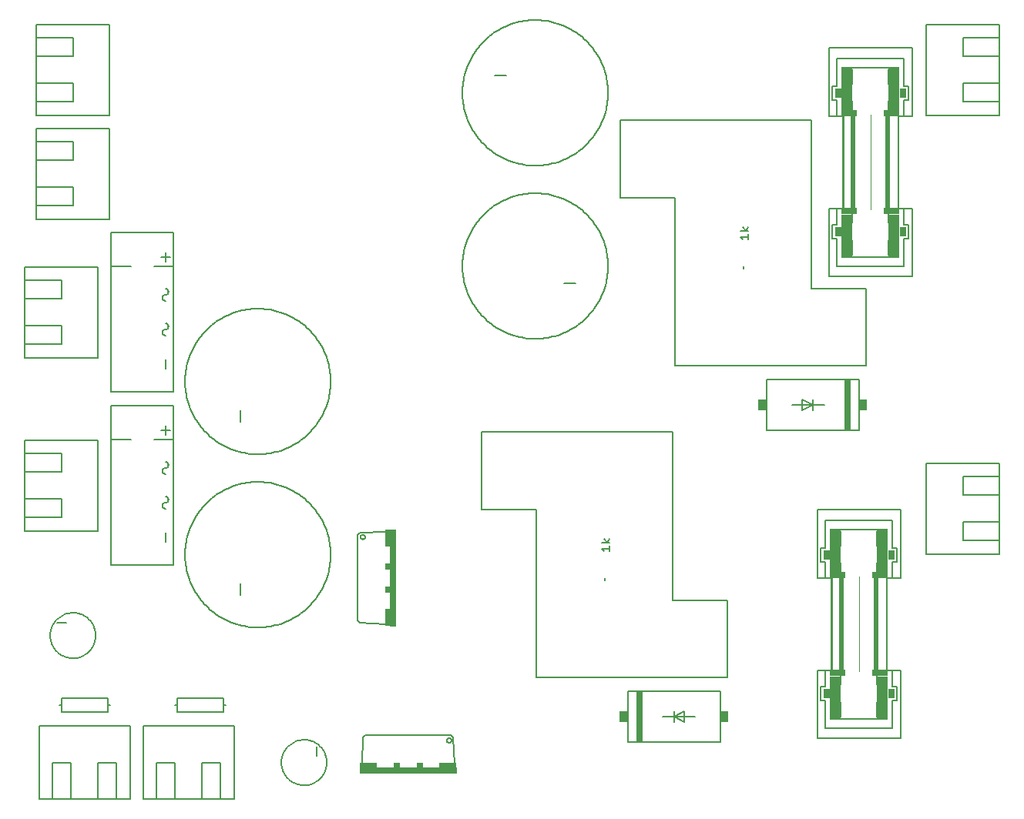
<source format=gto>
G75*
%MOIN*%
%OFA0B0*%
%FSLAX24Y24*%
%IPPOS*%
%LPD*%
%AMOC8*
5,1,8,0,0,1.08239X$1,22.5*
%
%ADD10C,0.0060*%
%ADD11C,0.0020*%
%ADD12R,0.0200X0.4000*%
%ADD13R,0.0650X0.0250*%
%ADD14R,0.1600X0.0100*%
%ADD15R,0.0450X0.1900*%
%ADD16R,0.0300X0.0400*%
%ADD17R,0.0050X0.0400*%
%ADD18R,0.0050X0.0700*%
%ADD19C,0.0080*%
%ADD20C,0.0050*%
%ADD21R,0.4200X0.0300*%
%ADD22R,0.0750X0.0200*%
%ADD23R,0.0300X0.0200*%
%ADD24R,0.0300X0.4200*%
%ADD25R,0.0200X0.0750*%
%ADD26R,0.0200X0.0300*%
%ADD27R,0.0300X0.2200*%
%ADD28R,0.0350X0.0500*%
D10*
X007500Y013900D02*
X007500Y019350D01*
X008350Y019350D01*
X007500Y019350D02*
X007500Y020800D01*
X010200Y020800D01*
X010200Y019350D01*
X009350Y019350D01*
X009650Y019750D02*
X010050Y019750D01*
X009850Y019550D02*
X009850Y019950D01*
X010200Y019350D02*
X010200Y013900D01*
X007500Y013900D01*
X009850Y014900D02*
X009850Y015300D01*
X009850Y016350D02*
X009829Y016352D01*
X009808Y016357D01*
X009788Y016366D01*
X009770Y016377D01*
X009754Y016392D01*
X009741Y016409D01*
X009731Y016428D01*
X009724Y016448D01*
X009720Y016469D01*
X009720Y016491D01*
X009724Y016512D01*
X009731Y016532D01*
X009741Y016551D01*
X009754Y016568D01*
X009770Y016583D01*
X009788Y016594D01*
X009808Y016603D01*
X009829Y016608D01*
X009850Y016610D01*
X009871Y016612D01*
X009892Y016617D01*
X009912Y016626D01*
X009930Y016637D01*
X009946Y016652D01*
X009959Y016669D01*
X009969Y016688D01*
X009976Y016708D01*
X009980Y016729D01*
X009980Y016751D01*
X009976Y016772D01*
X009969Y016792D01*
X009959Y016811D01*
X009946Y016828D01*
X009930Y016843D01*
X009912Y016854D01*
X009892Y016863D01*
X009871Y016868D01*
X009850Y016870D01*
X009850Y017850D02*
X009829Y017852D01*
X009808Y017857D01*
X009788Y017866D01*
X009770Y017877D01*
X009754Y017892D01*
X009741Y017909D01*
X009731Y017928D01*
X009724Y017948D01*
X009720Y017969D01*
X009720Y017991D01*
X009724Y018012D01*
X009731Y018032D01*
X009741Y018051D01*
X009754Y018068D01*
X009770Y018083D01*
X009788Y018094D01*
X009808Y018103D01*
X009829Y018108D01*
X009850Y018110D01*
X009871Y018112D01*
X009892Y018117D01*
X009912Y018126D01*
X009930Y018137D01*
X009946Y018152D01*
X009959Y018169D01*
X009969Y018188D01*
X009976Y018208D01*
X009980Y018229D01*
X009980Y018251D01*
X009976Y018272D01*
X009969Y018292D01*
X009959Y018311D01*
X009946Y018328D01*
X009930Y018343D01*
X009912Y018354D01*
X009892Y018363D01*
X009871Y018368D01*
X009850Y018370D01*
X010200Y021400D02*
X007500Y021400D01*
X007500Y026850D01*
X008350Y026850D01*
X007500Y026850D02*
X007500Y028300D01*
X010200Y028300D01*
X010200Y026850D01*
X009350Y026850D01*
X009650Y027250D02*
X010050Y027250D01*
X009850Y027050D02*
X009850Y027450D01*
X010200Y026850D02*
X010200Y021400D01*
X009850Y022400D02*
X009850Y022800D01*
X009850Y023850D02*
X009829Y023852D01*
X009808Y023857D01*
X009788Y023866D01*
X009770Y023877D01*
X009754Y023892D01*
X009741Y023909D01*
X009731Y023928D01*
X009724Y023948D01*
X009720Y023969D01*
X009720Y023991D01*
X009724Y024012D01*
X009731Y024032D01*
X009741Y024051D01*
X009754Y024068D01*
X009770Y024083D01*
X009788Y024094D01*
X009808Y024103D01*
X009829Y024108D01*
X009850Y024110D01*
X009871Y024112D01*
X009892Y024117D01*
X009912Y024126D01*
X009930Y024137D01*
X009946Y024152D01*
X009959Y024169D01*
X009969Y024188D01*
X009976Y024208D01*
X009980Y024229D01*
X009980Y024251D01*
X009976Y024272D01*
X009969Y024292D01*
X009959Y024311D01*
X009946Y024328D01*
X009930Y024343D01*
X009912Y024354D01*
X009892Y024363D01*
X009871Y024368D01*
X009850Y024370D01*
X009850Y025350D02*
X009829Y025352D01*
X009808Y025357D01*
X009788Y025366D01*
X009770Y025377D01*
X009754Y025392D01*
X009741Y025409D01*
X009731Y025428D01*
X009724Y025448D01*
X009720Y025469D01*
X009720Y025491D01*
X009724Y025512D01*
X009731Y025532D01*
X009741Y025551D01*
X009754Y025568D01*
X009770Y025583D01*
X009788Y025594D01*
X009808Y025603D01*
X009829Y025608D01*
X009850Y025610D01*
X009871Y025612D01*
X009892Y025617D01*
X009912Y025626D01*
X009930Y025637D01*
X009946Y025652D01*
X009959Y025669D01*
X009969Y025688D01*
X009976Y025708D01*
X009980Y025729D01*
X009980Y025751D01*
X009976Y025772D01*
X009969Y025792D01*
X009959Y025811D01*
X009946Y025828D01*
X009930Y025843D01*
X009912Y025854D01*
X009892Y025863D01*
X009871Y025868D01*
X009850Y025870D01*
X028730Y014873D02*
X029070Y014873D01*
X028957Y014873D02*
X028843Y015043D01*
X028957Y014873D02*
X029070Y015043D01*
X029070Y014732D02*
X029070Y014505D01*
X029070Y014618D02*
X028730Y014618D01*
X028843Y014505D01*
X035850Y019750D02*
X039850Y019750D01*
X039850Y021950D01*
X035850Y021950D01*
X035850Y019750D01*
X036950Y020850D02*
X037850Y020850D01*
X037850Y021080D01*
X037850Y020850D02*
X037400Y021080D01*
X037400Y020620D01*
X037850Y020850D01*
X037850Y020620D01*
X037850Y020850D02*
X038350Y020850D01*
X038050Y016300D02*
X038050Y013350D01*
X038400Y013350D01*
X038650Y013350D01*
X038650Y009350D01*
X038400Y009350D01*
X038400Y008650D01*
X038200Y008650D01*
X038200Y008050D01*
X038400Y008050D01*
X038400Y006850D01*
X041300Y006850D01*
X041300Y008050D01*
X041500Y008050D01*
X041500Y008650D01*
X041300Y008650D01*
X041300Y009350D01*
X041050Y009350D01*
X041050Y013350D01*
X041300Y013350D01*
X041650Y013350D01*
X041650Y016300D01*
X038050Y016300D01*
X038400Y015850D02*
X038400Y014650D01*
X038200Y014650D01*
X038200Y014050D01*
X038400Y014050D01*
X038400Y013350D01*
X041300Y013350D02*
X041300Y014050D01*
X041500Y014050D01*
X041500Y014650D01*
X041300Y014650D01*
X041300Y015850D01*
X038400Y015850D01*
X038400Y009350D02*
X038050Y009350D01*
X038050Y006400D01*
X041650Y006400D01*
X041650Y009350D01*
X041300Y009350D01*
X033850Y008450D02*
X033850Y006250D01*
X029850Y006250D01*
X029850Y008450D01*
X033850Y008450D01*
X032750Y007350D02*
X031850Y007350D01*
X031850Y007120D01*
X031850Y007350D02*
X031350Y007350D01*
X031850Y007350D02*
X032300Y007120D01*
X032300Y007580D01*
X031850Y007350D01*
X031850Y007580D01*
X038550Y026400D02*
X038550Y029350D01*
X038900Y029350D01*
X038900Y028650D01*
X038700Y028650D01*
X038700Y028050D01*
X038900Y028050D01*
X038900Y026850D01*
X041800Y026850D01*
X041800Y028050D01*
X042000Y028050D01*
X042000Y028650D01*
X041800Y028650D01*
X041800Y029350D01*
X041550Y029350D01*
X041550Y033350D01*
X041800Y033350D01*
X042150Y033350D01*
X042150Y036300D01*
X038550Y036300D01*
X038550Y033350D01*
X038900Y033350D01*
X039150Y033350D01*
X039150Y029350D01*
X038900Y029350D01*
X041800Y029350D02*
X042150Y029350D01*
X042150Y026400D01*
X038550Y026400D01*
X035070Y028005D02*
X035070Y028232D01*
X035070Y028118D02*
X034730Y028118D01*
X034843Y028005D01*
X034730Y028373D02*
X035070Y028373D01*
X034957Y028373D02*
X034843Y028543D01*
X034957Y028373D02*
X035070Y028543D01*
X038900Y033350D02*
X038900Y034050D01*
X038700Y034050D01*
X038700Y034650D01*
X038900Y034650D01*
X038900Y035850D01*
X041800Y035850D01*
X041800Y034650D01*
X042000Y034650D01*
X042000Y034050D01*
X041800Y034050D01*
X041800Y033350D01*
D11*
X040350Y033400D02*
X040350Y029300D01*
X039200Y029350D02*
X039200Y033350D01*
X039850Y013400D02*
X039850Y009300D01*
X038700Y009350D02*
X038700Y013350D01*
D12*
X039100Y011350D03*
X040600Y011350D03*
X041100Y031350D03*
X039600Y031350D03*
D13*
X039425Y029225D03*
X041275Y029225D03*
X041275Y033475D03*
X039425Y033475D03*
X038925Y013475D03*
X040775Y013475D03*
X040775Y009225D03*
X038925Y009225D03*
D14*
X039850Y007250D03*
X039850Y015450D03*
X040350Y027250D03*
X040350Y035450D03*
D15*
X039325Y034550D03*
X041375Y034550D03*
X041375Y028150D03*
X039325Y028150D03*
X038825Y014550D03*
X040875Y014550D03*
X040875Y008150D03*
X038825Y008150D03*
D16*
X038450Y008350D03*
X041250Y008350D03*
X041250Y014350D03*
X038450Y014350D03*
X038950Y028350D03*
X041750Y028350D03*
X041750Y034350D03*
X038950Y034350D03*
D17*
X039575Y033800D03*
X041125Y033800D03*
X041125Y028900D03*
X039575Y028900D03*
X039075Y013800D03*
X040625Y013800D03*
X040625Y008900D03*
X039075Y008900D03*
D18*
X039075Y007650D03*
X040625Y007650D03*
X040625Y015050D03*
X039075Y015050D03*
X039575Y027650D03*
X041125Y027650D03*
X041125Y035050D03*
X039575Y035050D03*
D19*
X034850Y026850D02*
X034850Y026750D01*
X027600Y026100D02*
X027100Y026100D01*
X022700Y026850D02*
X022702Y026962D01*
X022708Y027073D01*
X022718Y027185D01*
X022732Y027296D01*
X022749Y027406D01*
X022771Y027516D01*
X022797Y027625D01*
X022826Y027733D01*
X022859Y027839D01*
X022896Y027945D01*
X022937Y028049D01*
X022982Y028152D01*
X023030Y028253D01*
X023081Y028352D01*
X023136Y028449D01*
X023195Y028544D01*
X023256Y028638D01*
X023321Y028729D01*
X023390Y028817D01*
X023461Y028903D01*
X023535Y028987D01*
X023613Y029067D01*
X023693Y029145D01*
X023776Y029221D01*
X023861Y029293D01*
X023949Y029362D01*
X024039Y029428D01*
X024132Y029490D01*
X024227Y029550D01*
X024324Y029606D01*
X024422Y029658D01*
X024523Y029707D01*
X024625Y029752D01*
X024729Y029794D01*
X024834Y029832D01*
X024941Y029866D01*
X025048Y029896D01*
X025157Y029923D01*
X025266Y029945D01*
X025377Y029964D01*
X025487Y029979D01*
X025599Y029990D01*
X025710Y029997D01*
X025822Y030000D01*
X025934Y029999D01*
X026046Y029994D01*
X026157Y029985D01*
X026268Y029972D01*
X026379Y029955D01*
X026489Y029935D01*
X026598Y029910D01*
X026706Y029882D01*
X026813Y029849D01*
X026919Y029813D01*
X027023Y029773D01*
X027126Y029730D01*
X027228Y029683D01*
X027327Y029632D01*
X027425Y029578D01*
X027521Y029520D01*
X027615Y029459D01*
X027706Y029395D01*
X027795Y029328D01*
X027882Y029257D01*
X027966Y029183D01*
X028048Y029107D01*
X028126Y029027D01*
X028202Y028945D01*
X028275Y028860D01*
X028345Y028773D01*
X028411Y028683D01*
X028475Y028591D01*
X028535Y028497D01*
X028592Y028401D01*
X028645Y028302D01*
X028695Y028202D01*
X028741Y028101D01*
X028784Y027997D01*
X028823Y027892D01*
X028858Y027786D01*
X028889Y027679D01*
X028917Y027570D01*
X028940Y027461D01*
X028960Y027351D01*
X028976Y027240D01*
X028988Y027129D01*
X028996Y027018D01*
X029000Y026906D01*
X029000Y026794D01*
X028996Y026682D01*
X028988Y026571D01*
X028976Y026460D01*
X028960Y026349D01*
X028940Y026239D01*
X028917Y026130D01*
X028889Y026021D01*
X028858Y025914D01*
X028823Y025808D01*
X028784Y025703D01*
X028741Y025599D01*
X028695Y025498D01*
X028645Y025398D01*
X028592Y025299D01*
X028535Y025203D01*
X028475Y025109D01*
X028411Y025017D01*
X028345Y024927D01*
X028275Y024840D01*
X028202Y024755D01*
X028126Y024673D01*
X028048Y024593D01*
X027966Y024517D01*
X027882Y024443D01*
X027795Y024372D01*
X027706Y024305D01*
X027615Y024241D01*
X027521Y024180D01*
X027425Y024122D01*
X027327Y024068D01*
X027228Y024017D01*
X027126Y023970D01*
X027023Y023927D01*
X026919Y023887D01*
X026813Y023851D01*
X026706Y023818D01*
X026598Y023790D01*
X026489Y023765D01*
X026379Y023745D01*
X026268Y023728D01*
X026157Y023715D01*
X026046Y023706D01*
X025934Y023701D01*
X025822Y023700D01*
X025710Y023703D01*
X025599Y023710D01*
X025487Y023721D01*
X025377Y023736D01*
X025266Y023755D01*
X025157Y023777D01*
X025048Y023804D01*
X024941Y023834D01*
X024834Y023868D01*
X024729Y023906D01*
X024625Y023948D01*
X024523Y023993D01*
X024422Y024042D01*
X024324Y024094D01*
X024227Y024150D01*
X024132Y024210D01*
X024039Y024272D01*
X023949Y024338D01*
X023861Y024407D01*
X023776Y024479D01*
X023693Y024555D01*
X023613Y024633D01*
X023535Y024713D01*
X023461Y024797D01*
X023390Y024883D01*
X023321Y024971D01*
X023256Y025062D01*
X023195Y025156D01*
X023136Y025251D01*
X023081Y025348D01*
X023030Y025447D01*
X022982Y025548D01*
X022937Y025651D01*
X022896Y025755D01*
X022859Y025861D01*
X022826Y025967D01*
X022797Y026075D01*
X022771Y026184D01*
X022749Y026294D01*
X022732Y026404D01*
X022718Y026515D01*
X022708Y026627D01*
X022702Y026738D01*
X022700Y026850D01*
X010700Y021850D02*
X010702Y021962D01*
X010708Y022073D01*
X010718Y022185D01*
X010732Y022296D01*
X010749Y022406D01*
X010771Y022516D01*
X010797Y022625D01*
X010826Y022733D01*
X010859Y022839D01*
X010896Y022945D01*
X010937Y023049D01*
X010982Y023152D01*
X011030Y023253D01*
X011081Y023352D01*
X011136Y023449D01*
X011195Y023544D01*
X011256Y023638D01*
X011321Y023729D01*
X011390Y023817D01*
X011461Y023903D01*
X011535Y023987D01*
X011613Y024067D01*
X011693Y024145D01*
X011776Y024221D01*
X011861Y024293D01*
X011949Y024362D01*
X012039Y024428D01*
X012132Y024490D01*
X012227Y024550D01*
X012324Y024606D01*
X012422Y024658D01*
X012523Y024707D01*
X012625Y024752D01*
X012729Y024794D01*
X012834Y024832D01*
X012941Y024866D01*
X013048Y024896D01*
X013157Y024923D01*
X013266Y024945D01*
X013377Y024964D01*
X013487Y024979D01*
X013599Y024990D01*
X013710Y024997D01*
X013822Y025000D01*
X013934Y024999D01*
X014046Y024994D01*
X014157Y024985D01*
X014268Y024972D01*
X014379Y024955D01*
X014489Y024935D01*
X014598Y024910D01*
X014706Y024882D01*
X014813Y024849D01*
X014919Y024813D01*
X015023Y024773D01*
X015126Y024730D01*
X015228Y024683D01*
X015327Y024632D01*
X015425Y024578D01*
X015521Y024520D01*
X015615Y024459D01*
X015706Y024395D01*
X015795Y024328D01*
X015882Y024257D01*
X015966Y024183D01*
X016048Y024107D01*
X016126Y024027D01*
X016202Y023945D01*
X016275Y023860D01*
X016345Y023773D01*
X016411Y023683D01*
X016475Y023591D01*
X016535Y023497D01*
X016592Y023401D01*
X016645Y023302D01*
X016695Y023202D01*
X016741Y023101D01*
X016784Y022997D01*
X016823Y022892D01*
X016858Y022786D01*
X016889Y022679D01*
X016917Y022570D01*
X016940Y022461D01*
X016960Y022351D01*
X016976Y022240D01*
X016988Y022129D01*
X016996Y022018D01*
X017000Y021906D01*
X017000Y021794D01*
X016996Y021682D01*
X016988Y021571D01*
X016976Y021460D01*
X016960Y021349D01*
X016940Y021239D01*
X016917Y021130D01*
X016889Y021021D01*
X016858Y020914D01*
X016823Y020808D01*
X016784Y020703D01*
X016741Y020599D01*
X016695Y020498D01*
X016645Y020398D01*
X016592Y020299D01*
X016535Y020203D01*
X016475Y020109D01*
X016411Y020017D01*
X016345Y019927D01*
X016275Y019840D01*
X016202Y019755D01*
X016126Y019673D01*
X016048Y019593D01*
X015966Y019517D01*
X015882Y019443D01*
X015795Y019372D01*
X015706Y019305D01*
X015615Y019241D01*
X015521Y019180D01*
X015425Y019122D01*
X015327Y019068D01*
X015228Y019017D01*
X015126Y018970D01*
X015023Y018927D01*
X014919Y018887D01*
X014813Y018851D01*
X014706Y018818D01*
X014598Y018790D01*
X014489Y018765D01*
X014379Y018745D01*
X014268Y018728D01*
X014157Y018715D01*
X014046Y018706D01*
X013934Y018701D01*
X013822Y018700D01*
X013710Y018703D01*
X013599Y018710D01*
X013487Y018721D01*
X013377Y018736D01*
X013266Y018755D01*
X013157Y018777D01*
X013048Y018804D01*
X012941Y018834D01*
X012834Y018868D01*
X012729Y018906D01*
X012625Y018948D01*
X012523Y018993D01*
X012422Y019042D01*
X012324Y019094D01*
X012227Y019150D01*
X012132Y019210D01*
X012039Y019272D01*
X011949Y019338D01*
X011861Y019407D01*
X011776Y019479D01*
X011693Y019555D01*
X011613Y019633D01*
X011535Y019713D01*
X011461Y019797D01*
X011390Y019883D01*
X011321Y019971D01*
X011256Y020062D01*
X011195Y020156D01*
X011136Y020251D01*
X011081Y020348D01*
X011030Y020447D01*
X010982Y020548D01*
X010937Y020651D01*
X010896Y020755D01*
X010859Y020861D01*
X010826Y020967D01*
X010797Y021075D01*
X010771Y021184D01*
X010749Y021294D01*
X010732Y021404D01*
X010718Y021515D01*
X010708Y021627D01*
X010702Y021738D01*
X010700Y021850D01*
X013100Y020600D02*
X013100Y020100D01*
X010700Y014350D02*
X010702Y014462D01*
X010708Y014573D01*
X010718Y014685D01*
X010732Y014796D01*
X010749Y014906D01*
X010771Y015016D01*
X010797Y015125D01*
X010826Y015233D01*
X010859Y015339D01*
X010896Y015445D01*
X010937Y015549D01*
X010982Y015652D01*
X011030Y015753D01*
X011081Y015852D01*
X011136Y015949D01*
X011195Y016044D01*
X011256Y016138D01*
X011321Y016229D01*
X011390Y016317D01*
X011461Y016403D01*
X011535Y016487D01*
X011613Y016567D01*
X011693Y016645D01*
X011776Y016721D01*
X011861Y016793D01*
X011949Y016862D01*
X012039Y016928D01*
X012132Y016990D01*
X012227Y017050D01*
X012324Y017106D01*
X012422Y017158D01*
X012523Y017207D01*
X012625Y017252D01*
X012729Y017294D01*
X012834Y017332D01*
X012941Y017366D01*
X013048Y017396D01*
X013157Y017423D01*
X013266Y017445D01*
X013377Y017464D01*
X013487Y017479D01*
X013599Y017490D01*
X013710Y017497D01*
X013822Y017500D01*
X013934Y017499D01*
X014046Y017494D01*
X014157Y017485D01*
X014268Y017472D01*
X014379Y017455D01*
X014489Y017435D01*
X014598Y017410D01*
X014706Y017382D01*
X014813Y017349D01*
X014919Y017313D01*
X015023Y017273D01*
X015126Y017230D01*
X015228Y017183D01*
X015327Y017132D01*
X015425Y017078D01*
X015521Y017020D01*
X015615Y016959D01*
X015706Y016895D01*
X015795Y016828D01*
X015882Y016757D01*
X015966Y016683D01*
X016048Y016607D01*
X016126Y016527D01*
X016202Y016445D01*
X016275Y016360D01*
X016345Y016273D01*
X016411Y016183D01*
X016475Y016091D01*
X016535Y015997D01*
X016592Y015901D01*
X016645Y015802D01*
X016695Y015702D01*
X016741Y015601D01*
X016784Y015497D01*
X016823Y015392D01*
X016858Y015286D01*
X016889Y015179D01*
X016917Y015070D01*
X016940Y014961D01*
X016960Y014851D01*
X016976Y014740D01*
X016988Y014629D01*
X016996Y014518D01*
X017000Y014406D01*
X017000Y014294D01*
X016996Y014182D01*
X016988Y014071D01*
X016976Y013960D01*
X016960Y013849D01*
X016940Y013739D01*
X016917Y013630D01*
X016889Y013521D01*
X016858Y013414D01*
X016823Y013308D01*
X016784Y013203D01*
X016741Y013099D01*
X016695Y012998D01*
X016645Y012898D01*
X016592Y012799D01*
X016535Y012703D01*
X016475Y012609D01*
X016411Y012517D01*
X016345Y012427D01*
X016275Y012340D01*
X016202Y012255D01*
X016126Y012173D01*
X016048Y012093D01*
X015966Y012017D01*
X015882Y011943D01*
X015795Y011872D01*
X015706Y011805D01*
X015615Y011741D01*
X015521Y011680D01*
X015425Y011622D01*
X015327Y011568D01*
X015228Y011517D01*
X015126Y011470D01*
X015023Y011427D01*
X014919Y011387D01*
X014813Y011351D01*
X014706Y011318D01*
X014598Y011290D01*
X014489Y011265D01*
X014379Y011245D01*
X014268Y011228D01*
X014157Y011215D01*
X014046Y011206D01*
X013934Y011201D01*
X013822Y011200D01*
X013710Y011203D01*
X013599Y011210D01*
X013487Y011221D01*
X013377Y011236D01*
X013266Y011255D01*
X013157Y011277D01*
X013048Y011304D01*
X012941Y011334D01*
X012834Y011368D01*
X012729Y011406D01*
X012625Y011448D01*
X012523Y011493D01*
X012422Y011542D01*
X012324Y011594D01*
X012227Y011650D01*
X012132Y011710D01*
X012039Y011772D01*
X011949Y011838D01*
X011861Y011907D01*
X011776Y011979D01*
X011693Y012055D01*
X011613Y012133D01*
X011535Y012213D01*
X011461Y012297D01*
X011390Y012383D01*
X011321Y012471D01*
X011256Y012562D01*
X011195Y012656D01*
X011136Y012751D01*
X011081Y012848D01*
X011030Y012947D01*
X010982Y013048D01*
X010937Y013151D01*
X010896Y013255D01*
X010859Y013361D01*
X010826Y013467D01*
X010797Y013575D01*
X010771Y013684D01*
X010749Y013794D01*
X010732Y013904D01*
X010718Y014015D01*
X010708Y014127D01*
X010702Y014238D01*
X010700Y014350D01*
X013100Y013100D02*
X013100Y012600D01*
X012350Y008150D02*
X010350Y008150D01*
X010350Y007850D01*
X010250Y007850D01*
X010350Y007850D02*
X010350Y007550D01*
X012350Y007550D01*
X012350Y007850D01*
X012450Y007850D01*
X012350Y007850D02*
X012350Y008150D01*
X014866Y005350D02*
X014868Y005412D01*
X014874Y005475D01*
X014884Y005536D01*
X014898Y005597D01*
X014915Y005657D01*
X014936Y005716D01*
X014962Y005773D01*
X014990Y005828D01*
X015022Y005882D01*
X015058Y005933D01*
X015096Y005983D01*
X015138Y006029D01*
X015182Y006073D01*
X015230Y006114D01*
X015279Y006152D01*
X015331Y006186D01*
X015385Y006217D01*
X015441Y006245D01*
X015499Y006269D01*
X015558Y006290D01*
X015618Y006306D01*
X015679Y006319D01*
X015741Y006328D01*
X015803Y006333D01*
X015866Y006334D01*
X015928Y006331D01*
X015990Y006324D01*
X016052Y006313D01*
X016112Y006298D01*
X016172Y006280D01*
X016230Y006258D01*
X016287Y006232D01*
X016342Y006202D01*
X016395Y006169D01*
X016446Y006133D01*
X016494Y006094D01*
X016540Y006051D01*
X016583Y006006D01*
X016623Y005958D01*
X016660Y005908D01*
X016694Y005855D01*
X016725Y005801D01*
X016751Y005745D01*
X016775Y005687D01*
X016794Y005627D01*
X016810Y005567D01*
X016822Y005505D01*
X016830Y005444D01*
X016834Y005381D01*
X016834Y005319D01*
X016830Y005256D01*
X016822Y005195D01*
X016810Y005133D01*
X016794Y005073D01*
X016775Y005013D01*
X016751Y004955D01*
X016725Y004899D01*
X016694Y004845D01*
X016660Y004792D01*
X016623Y004742D01*
X016583Y004694D01*
X016540Y004649D01*
X016494Y004606D01*
X016446Y004567D01*
X016395Y004531D01*
X016342Y004498D01*
X016287Y004468D01*
X016230Y004442D01*
X016172Y004420D01*
X016112Y004402D01*
X016052Y004387D01*
X015990Y004376D01*
X015928Y004369D01*
X015866Y004366D01*
X015803Y004367D01*
X015741Y004372D01*
X015679Y004381D01*
X015618Y004394D01*
X015558Y004410D01*
X015499Y004431D01*
X015441Y004455D01*
X015385Y004483D01*
X015331Y004514D01*
X015279Y004548D01*
X015230Y004586D01*
X015182Y004627D01*
X015138Y004671D01*
X015096Y004717D01*
X015058Y004767D01*
X015022Y004818D01*
X014990Y004872D01*
X014962Y004927D01*
X014936Y004984D01*
X014915Y005043D01*
X014898Y005103D01*
X014884Y005164D01*
X014874Y005225D01*
X014868Y005288D01*
X014866Y005350D01*
X016400Y005650D02*
X016400Y006050D01*
X007450Y007850D02*
X007350Y007850D01*
X007350Y007550D01*
X005350Y007550D01*
X005350Y007850D01*
X005250Y007850D01*
X005350Y007850D02*
X005350Y008150D01*
X007350Y008150D01*
X007350Y007850D01*
X004866Y010850D02*
X004868Y010912D01*
X004874Y010975D01*
X004884Y011036D01*
X004898Y011097D01*
X004915Y011157D01*
X004936Y011216D01*
X004962Y011273D01*
X004990Y011328D01*
X005022Y011382D01*
X005058Y011433D01*
X005096Y011483D01*
X005138Y011529D01*
X005182Y011573D01*
X005230Y011614D01*
X005279Y011652D01*
X005331Y011686D01*
X005385Y011717D01*
X005441Y011745D01*
X005499Y011769D01*
X005558Y011790D01*
X005618Y011806D01*
X005679Y011819D01*
X005741Y011828D01*
X005803Y011833D01*
X005866Y011834D01*
X005928Y011831D01*
X005990Y011824D01*
X006052Y011813D01*
X006112Y011798D01*
X006172Y011780D01*
X006230Y011758D01*
X006287Y011732D01*
X006342Y011702D01*
X006395Y011669D01*
X006446Y011633D01*
X006494Y011594D01*
X006540Y011551D01*
X006583Y011506D01*
X006623Y011458D01*
X006660Y011408D01*
X006694Y011355D01*
X006725Y011301D01*
X006751Y011245D01*
X006775Y011187D01*
X006794Y011127D01*
X006810Y011067D01*
X006822Y011005D01*
X006830Y010944D01*
X006834Y010881D01*
X006834Y010819D01*
X006830Y010756D01*
X006822Y010695D01*
X006810Y010633D01*
X006794Y010573D01*
X006775Y010513D01*
X006751Y010455D01*
X006725Y010399D01*
X006694Y010345D01*
X006660Y010292D01*
X006623Y010242D01*
X006583Y010194D01*
X006540Y010149D01*
X006494Y010106D01*
X006446Y010067D01*
X006395Y010031D01*
X006342Y009998D01*
X006287Y009968D01*
X006230Y009942D01*
X006172Y009920D01*
X006112Y009902D01*
X006052Y009887D01*
X005990Y009876D01*
X005928Y009869D01*
X005866Y009866D01*
X005803Y009867D01*
X005741Y009872D01*
X005679Y009881D01*
X005618Y009894D01*
X005558Y009910D01*
X005499Y009931D01*
X005441Y009955D01*
X005385Y009983D01*
X005331Y010014D01*
X005279Y010048D01*
X005230Y010086D01*
X005182Y010127D01*
X005138Y010171D01*
X005096Y010217D01*
X005058Y010267D01*
X005022Y010318D01*
X004990Y010372D01*
X004962Y010427D01*
X004936Y010484D01*
X004915Y010543D01*
X004898Y010603D01*
X004884Y010664D01*
X004874Y010725D01*
X004868Y010788D01*
X004866Y010850D01*
X005150Y011400D02*
X005550Y011400D01*
X028850Y013250D02*
X028850Y013350D01*
X022700Y034350D02*
X022702Y034462D01*
X022708Y034573D01*
X022718Y034685D01*
X022732Y034796D01*
X022749Y034906D01*
X022771Y035016D01*
X022797Y035125D01*
X022826Y035233D01*
X022859Y035339D01*
X022896Y035445D01*
X022937Y035549D01*
X022982Y035652D01*
X023030Y035753D01*
X023081Y035852D01*
X023136Y035949D01*
X023195Y036044D01*
X023256Y036138D01*
X023321Y036229D01*
X023390Y036317D01*
X023461Y036403D01*
X023535Y036487D01*
X023613Y036567D01*
X023693Y036645D01*
X023776Y036721D01*
X023861Y036793D01*
X023949Y036862D01*
X024039Y036928D01*
X024132Y036990D01*
X024227Y037050D01*
X024324Y037106D01*
X024422Y037158D01*
X024523Y037207D01*
X024625Y037252D01*
X024729Y037294D01*
X024834Y037332D01*
X024941Y037366D01*
X025048Y037396D01*
X025157Y037423D01*
X025266Y037445D01*
X025377Y037464D01*
X025487Y037479D01*
X025599Y037490D01*
X025710Y037497D01*
X025822Y037500D01*
X025934Y037499D01*
X026046Y037494D01*
X026157Y037485D01*
X026268Y037472D01*
X026379Y037455D01*
X026489Y037435D01*
X026598Y037410D01*
X026706Y037382D01*
X026813Y037349D01*
X026919Y037313D01*
X027023Y037273D01*
X027126Y037230D01*
X027228Y037183D01*
X027327Y037132D01*
X027425Y037078D01*
X027521Y037020D01*
X027615Y036959D01*
X027706Y036895D01*
X027795Y036828D01*
X027882Y036757D01*
X027966Y036683D01*
X028048Y036607D01*
X028126Y036527D01*
X028202Y036445D01*
X028275Y036360D01*
X028345Y036273D01*
X028411Y036183D01*
X028475Y036091D01*
X028535Y035997D01*
X028592Y035901D01*
X028645Y035802D01*
X028695Y035702D01*
X028741Y035601D01*
X028784Y035497D01*
X028823Y035392D01*
X028858Y035286D01*
X028889Y035179D01*
X028917Y035070D01*
X028940Y034961D01*
X028960Y034851D01*
X028976Y034740D01*
X028988Y034629D01*
X028996Y034518D01*
X029000Y034406D01*
X029000Y034294D01*
X028996Y034182D01*
X028988Y034071D01*
X028976Y033960D01*
X028960Y033849D01*
X028940Y033739D01*
X028917Y033630D01*
X028889Y033521D01*
X028858Y033414D01*
X028823Y033308D01*
X028784Y033203D01*
X028741Y033099D01*
X028695Y032998D01*
X028645Y032898D01*
X028592Y032799D01*
X028535Y032703D01*
X028475Y032609D01*
X028411Y032517D01*
X028345Y032427D01*
X028275Y032340D01*
X028202Y032255D01*
X028126Y032173D01*
X028048Y032093D01*
X027966Y032017D01*
X027882Y031943D01*
X027795Y031872D01*
X027706Y031805D01*
X027615Y031741D01*
X027521Y031680D01*
X027425Y031622D01*
X027327Y031568D01*
X027228Y031517D01*
X027126Y031470D01*
X027023Y031427D01*
X026919Y031387D01*
X026813Y031351D01*
X026706Y031318D01*
X026598Y031290D01*
X026489Y031265D01*
X026379Y031245D01*
X026268Y031228D01*
X026157Y031215D01*
X026046Y031206D01*
X025934Y031201D01*
X025822Y031200D01*
X025710Y031203D01*
X025599Y031210D01*
X025487Y031221D01*
X025377Y031236D01*
X025266Y031255D01*
X025157Y031277D01*
X025048Y031304D01*
X024941Y031334D01*
X024834Y031368D01*
X024729Y031406D01*
X024625Y031448D01*
X024523Y031493D01*
X024422Y031542D01*
X024324Y031594D01*
X024227Y031650D01*
X024132Y031710D01*
X024039Y031772D01*
X023949Y031838D01*
X023861Y031907D01*
X023776Y031979D01*
X023693Y032055D01*
X023613Y032133D01*
X023535Y032213D01*
X023461Y032297D01*
X023390Y032383D01*
X023321Y032471D01*
X023256Y032562D01*
X023195Y032656D01*
X023136Y032751D01*
X023081Y032848D01*
X023030Y032947D01*
X022982Y033048D01*
X022937Y033151D01*
X022896Y033255D01*
X022859Y033361D01*
X022826Y033467D01*
X022797Y033575D01*
X022771Y033684D01*
X022749Y033794D01*
X022732Y033904D01*
X022718Y034015D01*
X022708Y034127D01*
X022702Y034238D01*
X022700Y034350D01*
X024100Y035100D02*
X024600Y035100D01*
D20*
X004381Y006925D02*
X004381Y003775D01*
X004972Y003775D01*
X004972Y005350D01*
X005759Y005350D01*
X005759Y003775D01*
X004972Y003775D01*
X005759Y003775D02*
X006941Y003775D01*
X006941Y005350D01*
X007728Y005350D01*
X007728Y003775D01*
X006941Y003775D01*
X007728Y003775D02*
X008319Y003775D01*
X008319Y006925D01*
X004381Y006925D01*
X008881Y006925D02*
X008881Y003775D01*
X009472Y003775D01*
X009472Y005350D01*
X010259Y005350D01*
X010259Y003775D01*
X009472Y003775D01*
X010259Y003775D02*
X011441Y003775D01*
X011441Y005350D01*
X012228Y005350D01*
X012228Y003775D01*
X011441Y003775D01*
X012228Y003775D02*
X012819Y003775D01*
X012819Y006925D01*
X008881Y006925D01*
X018400Y006450D02*
X018350Y005300D01*
X018400Y006450D02*
X018500Y006550D01*
X022200Y006550D01*
X022300Y006450D01*
X022350Y005300D01*
X022020Y006310D02*
X022022Y006330D01*
X022028Y006348D01*
X022037Y006366D01*
X022049Y006381D01*
X022064Y006393D01*
X022082Y006402D01*
X022100Y006408D01*
X022120Y006410D01*
X022140Y006408D01*
X022158Y006402D01*
X022176Y006393D01*
X022191Y006381D01*
X022203Y006366D01*
X022212Y006348D01*
X022218Y006330D01*
X022220Y006310D01*
X022218Y006290D01*
X022212Y006272D01*
X022203Y006254D01*
X022191Y006239D01*
X022176Y006227D01*
X022158Y006218D01*
X022140Y006212D01*
X022120Y006210D01*
X022100Y006212D01*
X022082Y006218D01*
X022064Y006227D01*
X022049Y006239D01*
X022037Y006254D01*
X022028Y006272D01*
X022022Y006290D01*
X022020Y006310D01*
X025897Y009035D02*
X034165Y009035D01*
X034165Y012381D01*
X031803Y012381D01*
X031803Y019665D01*
X023535Y019665D01*
X023535Y016319D01*
X025897Y016319D01*
X025897Y009035D01*
X019400Y011350D02*
X018250Y011400D01*
X018150Y011500D01*
X018150Y015200D01*
X018250Y015300D01*
X019400Y015350D01*
X018290Y015120D02*
X018292Y015140D01*
X018298Y015158D01*
X018307Y015176D01*
X018319Y015191D01*
X018334Y015203D01*
X018352Y015212D01*
X018370Y015218D01*
X018390Y015220D01*
X018410Y015218D01*
X018428Y015212D01*
X018446Y015203D01*
X018461Y015191D01*
X018473Y015176D01*
X018482Y015158D01*
X018488Y015140D01*
X018490Y015120D01*
X018488Y015100D01*
X018482Y015082D01*
X018473Y015064D01*
X018461Y015049D01*
X018446Y015037D01*
X018428Y015028D01*
X018410Y015022D01*
X018390Y015020D01*
X018370Y015022D01*
X018352Y015028D01*
X018334Y015037D01*
X018319Y015049D01*
X018307Y015064D01*
X018298Y015082D01*
X018292Y015100D01*
X018290Y015120D01*
X006925Y015381D02*
X006925Y019319D01*
X003775Y019319D01*
X003775Y018728D01*
X005350Y018728D01*
X005350Y017941D01*
X003775Y017941D01*
X003775Y018728D01*
X003775Y017941D02*
X003775Y016759D01*
X005350Y016759D01*
X005350Y015972D01*
X003775Y015972D01*
X003775Y016759D01*
X003775Y015972D02*
X003775Y015381D01*
X006925Y015381D01*
X006925Y022881D02*
X003775Y022881D01*
X003775Y023472D01*
X005350Y023472D01*
X005350Y024259D01*
X003775Y024259D01*
X003775Y025441D01*
X005350Y025441D01*
X005350Y026228D01*
X003775Y026228D01*
X003775Y026819D01*
X006925Y026819D01*
X006925Y022881D01*
X003775Y023472D02*
X003775Y024259D01*
X003775Y025441D02*
X003775Y026228D01*
X004275Y028881D02*
X004275Y029472D01*
X005850Y029472D01*
X005850Y030259D01*
X004275Y030259D01*
X004275Y031441D01*
X005850Y031441D01*
X005850Y032228D01*
X004275Y032228D01*
X004275Y032819D01*
X007425Y032819D01*
X007425Y028881D01*
X004275Y028881D01*
X004275Y029472D02*
X004275Y030259D01*
X004275Y031441D02*
X004275Y032228D01*
X004275Y033381D02*
X004275Y033972D01*
X005850Y033972D01*
X005850Y034759D01*
X004275Y034759D01*
X004275Y035941D01*
X005850Y035941D01*
X005850Y036728D01*
X004275Y036728D01*
X004275Y037319D01*
X007425Y037319D01*
X007425Y033381D01*
X004275Y033381D01*
X004275Y033972D02*
X004275Y034759D01*
X004275Y035941D02*
X004275Y036728D01*
X029535Y033165D02*
X029535Y029819D01*
X031897Y029819D01*
X031897Y022535D01*
X040165Y022535D01*
X040165Y025881D01*
X037803Y025881D01*
X037803Y033165D01*
X029535Y033165D01*
X042775Y033381D02*
X042775Y037319D01*
X045925Y037319D01*
X045925Y036728D01*
X044350Y036728D01*
X044350Y035941D01*
X045925Y035941D01*
X045925Y034759D01*
X044350Y034759D01*
X044350Y033972D01*
X045925Y033972D01*
X045925Y033381D01*
X042775Y033381D01*
X045925Y033972D02*
X045925Y034759D01*
X045925Y035941D02*
X045925Y036728D01*
X045925Y018319D02*
X042775Y018319D01*
X042775Y014381D01*
X045925Y014381D01*
X045925Y014972D01*
X044350Y014972D01*
X044350Y015759D01*
X045925Y015759D01*
X045925Y014972D01*
X045925Y015759D02*
X045925Y016941D01*
X044350Y016941D01*
X044350Y017728D01*
X045925Y017728D01*
X045925Y016941D01*
X045925Y017728D02*
X045925Y018319D01*
D21*
X020350Y005000D03*
D22*
X018625Y005250D03*
X022075Y005250D03*
D23*
X020850Y005250D03*
X019850Y005250D03*
D24*
X019700Y013350D03*
D25*
X019450Y015075D03*
X019450Y011625D03*
D26*
X019450Y012850D03*
X019450Y013850D03*
D27*
X030350Y007350D03*
X039350Y020850D03*
D28*
X040025Y020850D03*
X035675Y020850D03*
X034025Y007350D03*
X029675Y007350D03*
M02*

</source>
